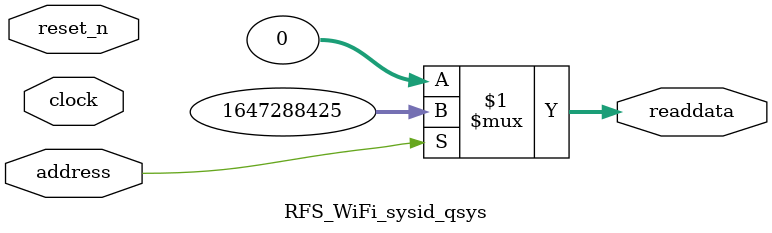
<source format=v>



// synthesis translate_off
`timescale 1ns / 1ps
// synthesis translate_on

// turn off superfluous verilog processor warnings 
// altera message_level Level1 
// altera message_off 10034 10035 10036 10037 10230 10240 10030 

module RFS_WiFi_sysid_qsys (
               // inputs:
                address,
                clock,
                reset_n,

               // outputs:
                readdata
             )
;

  output  [ 31: 0] readdata;
  input            address;
  input            clock;
  input            reset_n;

  wire    [ 31: 0] readdata;
  //control_slave, which is an e_avalon_slave
  assign readdata = address ? 1647288425 : 0;

endmodule



</source>
